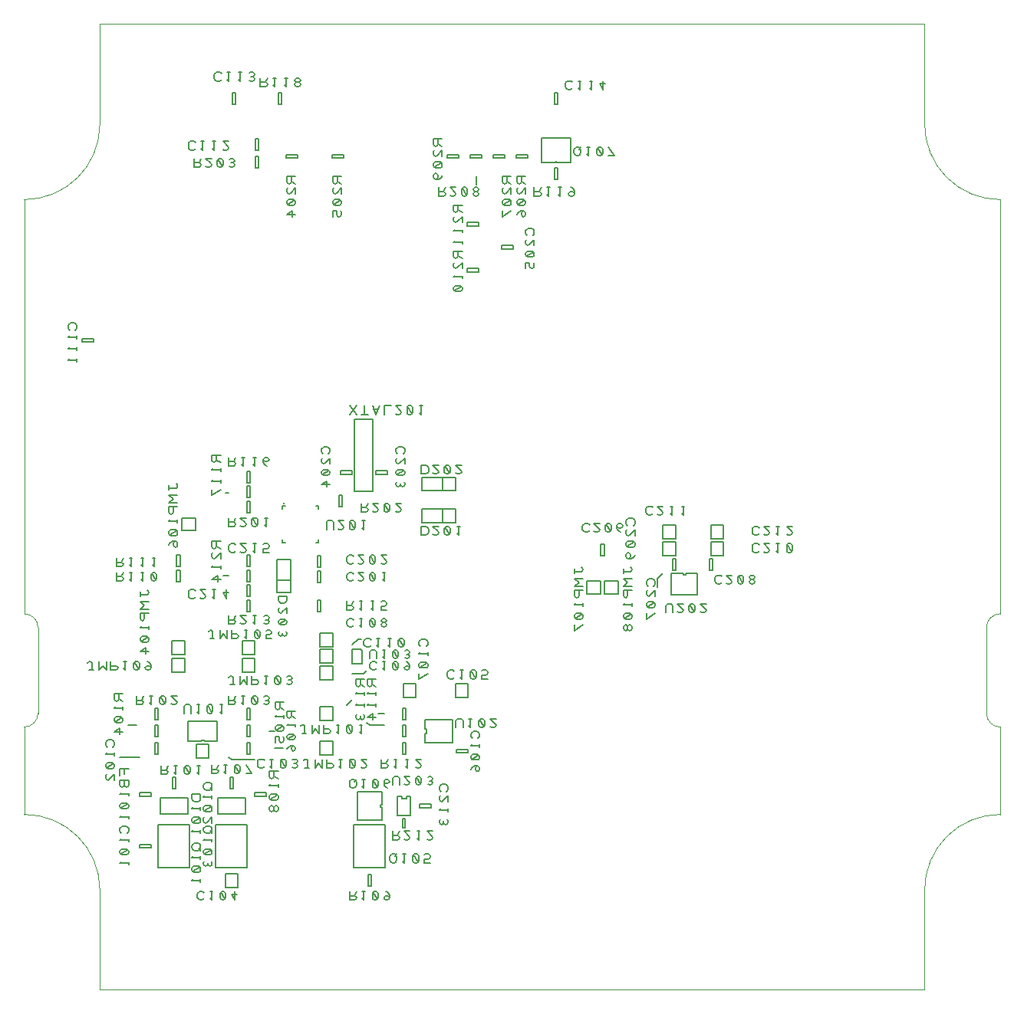
<source format=gbo>
G04 EasyPC Gerber Version 21.0.3 Build 4286 *
G04 #@! TF.Part,Single*
G04 #@! TF.FileFunction,Legend,Bot *
G04 #@! TF.FilePolarity,Positive *
%FSLAX35Y35*%
%MOIN*%
%ADD13C,0.00001*%
%ADD10C,0.00500*%
X0Y0D02*
D02*
D10*
X22787Y290073D02*
X23100Y290385D01*
X23413Y291011*
Y291948*
X23100Y292573*
X22787Y292885*
X22163Y293198*
X20913*
X20287Y292885*
X19975Y292573*
X19663Y291948*
Y291011*
X19975Y290385*
X20287Y290073*
X23413Y287573D02*
Y286323D01*
Y286948D02*
X19663D01*
X20287Y287573*
X23413Y282573D02*
Y281323D01*
Y281948D02*
X19663D01*
X20287Y282573*
X23413Y277573D02*
Y276323D01*
Y276948D02*
X19663D01*
X20287Y277573*
X28100Y145385D02*
X28413Y145698D01*
X29037Y146011*
X29663Y145698*
X29975Y145385*
Y142261*
X30600*
X29975D02*
X28725D01*
X33100Y146011D02*
Y142261D01*
X34663Y144135*
X36225Y142261*
Y146011*
X38100D02*
Y142261D01*
X40287*
X40913Y142573*
X41225Y143198*
X40913Y143823*
X40287Y144135*
X38100*
X43725Y146011D02*
X44975D01*
X44350D02*
Y142261D01*
X43725Y142885*
X48413Y145698D02*
X49037Y146011D01*
X49663*
X50287Y145698*
X50600Y145073*
Y143198*
X50287Y142573*
X49663Y142261*
X49037*
X48413Y142573*
X48100Y143198*
Y145073*
X48413Y145698*
X50287Y142573*
X54037Y146011D02*
X54663Y145698D01*
X55287Y145073*
X55600Y144135*
Y143198*
X55287Y142573*
X54663Y142261*
X54037*
X53413Y142573*
X53100Y143198*
X53413Y143823*
X54037Y144135*
X54663*
X55287Y143823*
X55600Y143198*
X30600Y286398D02*
Y284998D01*
X25600*
Y286398*
X30600*
X39037Y108823D02*
X39350Y109135D01*
X39663Y109761*
Y110698*
X39350Y111323*
X39037Y111635*
X38413Y111948*
X37163*
X36537Y111635*
X36225Y111323*
X35913Y110698*
Y109761*
X36225Y109135*
X36537Y108823*
X39663Y106323D02*
Y105073D01*
Y105698D02*
X35913D01*
X36537Y106323*
X39350Y101635D02*
X39663Y101011D01*
Y100385*
X39350Y99761*
X38725Y99448*
X36850*
X36225Y99761*
X35913Y100385*
Y101011*
X36225Y101635*
X36850Y101948*
X38725*
X39350Y101635*
X36225Y99761*
X39663Y94448D02*
Y96948D01*
X37475Y94761*
X36850Y94448*
X36225Y94761*
X35913Y95385*
Y96323*
X36225Y96948*
X40600Y184761D02*
Y181011D01*
X42787*
X43413Y181323*
X43725Y181948*
X43413Y182573*
X42787Y182885*
X40600*
X42787D02*
X43725Y184761D01*
X46225D02*
X47475D01*
X46850D02*
Y181011D01*
X46225Y181635*
X51225Y184761D02*
X52475D01*
X51850D02*
Y181011D01*
X51225Y181635*
X55913Y184448D02*
X56537Y184761D01*
X57163*
X57787Y184448*
X58100Y183823*
Y181948*
X57787Y181323*
X57163Y181011*
X56537*
X55913Y181323*
X55600Y181948*
Y183823*
X55913Y184448*
X57787Y181323*
X40600Y191011D02*
Y187261D01*
X42787*
X43413Y187573*
X43725Y188198*
X43413Y188823*
X42787Y189135*
X40600*
X42787D02*
X43725Y191011D01*
X46225D02*
X47475D01*
X46850D02*
Y187261D01*
X46225Y187885*
X51225Y191011D02*
X52475D01*
X51850D02*
Y187261D01*
X51225Y187885*
X56225Y191011D02*
X57475D01*
X56850D02*
Y187261D01*
X56225Y187885*
X41850Y104448D02*
X50600D01*
X43413Y131948D02*
X39663D01*
Y129761*
X39975Y129135*
X40600Y128823*
X41225Y129135*
X41537Y129761*
Y131948*
Y129761D02*
X43413Y128823D01*
Y126323D02*
Y125073D01*
Y125698D02*
X39663D01*
X40287Y126323*
X43100Y121635D02*
X43413Y121011D01*
Y120385*
X43100Y119761*
X42475Y119448*
X40600*
X39975Y119761*
X39663Y120385*
Y121011*
X39975Y121635*
X40600Y121948*
X42475*
X43100Y121635*
X39975Y119761*
X43413Y115385D02*
X39663D01*
X42163Y116948*
Y114448*
X45600Y118198D02*
X49350D01*
X45287Y71323D02*
X45600Y71635D01*
X45913Y72261*
Y73198*
X45600Y73823*
X45287Y74135*
X44663Y74448*
X43413*
X42787Y74135*
X42475Y73823*
X42163Y73198*
Y72261*
X42475Y71635*
X42787Y71323*
X45913Y68823D02*
Y67573D01*
Y68198D02*
X42163D01*
X42787Y68823*
X45600Y64135D02*
X45913Y63511D01*
Y62885*
X45600Y62261*
X44975Y61948*
X43100*
X42475Y62261*
X42163Y62885*
Y63511*
X42475Y64135*
X43100Y64448*
X44975*
X45600Y64135*
X42475Y62261*
X45913Y58823D02*
Y57573D01*
Y58198D02*
X42163D01*
X42787Y58823*
X45913Y99448D02*
X42163D01*
Y96323*
X44037Y96948D02*
Y99448D01*
Y92261D02*
X44350Y91635D01*
X44975Y91323*
X45600Y91635*
X45913Y92261*
Y94448*
X42163*
Y92261*
X42475Y91635*
X43100Y91323*
X43725Y91635*
X44037Y92261*
Y94448*
X45913Y88823D02*
Y87573D01*
Y88198D02*
X42163D01*
X42787Y88823*
X45600Y84135D02*
X45913Y83511D01*
Y82885*
X45600Y82261*
X44975Y81948*
X43100*
X42475Y82261*
X42163Y82885*
Y83511*
X42475Y84135*
X43100Y84448*
X44975*
X45600Y84135*
X42475Y82261*
X45913Y78823D02*
Y77573D01*
Y78198D02*
X42163D01*
X42787Y78823*
X49350Y131011D02*
Y127261D01*
X51537*
X52163Y127573*
X52475Y128198*
X52163Y128823*
X51537Y129135*
X49350*
X51537D02*
X52475Y131011D01*
X54975D02*
X56225D01*
X55600D02*
Y127261D01*
X54975Y127885*
X59663Y130698D02*
X60287Y131011D01*
X60913*
X61537Y130698*
X61850Y130073*
Y128198*
X61537Y127573*
X60913Y127261*
X60287*
X59663Y127573*
X59350Y128198*
Y130073*
X59663Y130698*
X61537Y127573*
X66850Y131011D02*
X64350D01*
X66537Y128823*
X66850Y128198*
X66537Y127573*
X65913Y127261*
X64975*
X64350Y127573*
X50600Y64998D02*
Y66398D01*
X55600*
Y64998*
X50600*
Y87498D02*
Y88898D01*
X55600*
Y87498*
X50600*
X54037Y176948D02*
X54350Y176635D01*
X54663Y176011*
X54350Y175385*
X54037Y175073*
X50913*
Y174448*
Y175073D02*
Y176323D01*
X54663Y171948D02*
X50913D01*
X52787Y170385*
X50913Y168823*
X54663*
Y166948D02*
X50913D01*
Y164761*
X51225Y164135*
X51850Y163823*
X52475Y164135*
X52787Y164761*
Y166948*
X54663Y161323D02*
Y160073D01*
Y160698D02*
X50913D01*
X51537Y161323*
X54350Y156635D02*
X54663Y156011D01*
Y155385*
X54350Y154761*
X53725Y154448*
X51850*
X51225Y154761*
X50913Y155385*
Y156011*
X51225Y156635*
X51850Y156948*
X53725*
X54350Y156635*
X51225Y154761*
X54663Y150385D02*
X50913D01*
X53413Y151948*
Y149448*
X57400Y110698D02*
X58800D01*
Y105698*
X57400*
Y110698*
Y118198D02*
X58800D01*
Y113198*
X57400*
Y118198*
Y125698D02*
X58800D01*
Y120698*
X57400*
Y125698*
X58754Y75163D02*
X72446D01*
Y56233*
X58754*
Y75163*
X60000Y100711D02*
Y96961D01*
X62187*
X62813Y97273*
X63125Y97898*
X62813Y98523*
X62187Y98835*
X60000*
X62187D02*
X63125Y100711D01*
X65625D02*
X66875D01*
X66250D02*
Y96961D01*
X65625Y97585*
X70313Y100398D02*
X70937Y100711D01*
X71563*
X72187Y100398*
X72500Y99773*
Y97898*
X72187Y97273*
X71563Y96961*
X70937*
X70313Y97273*
X70000Y97898*
Y99773*
X70313Y100398*
X72187Y97273*
X75625Y100711D02*
X76875D01*
X76250D02*
Y96961D01*
X75625Y97585*
X64825Y147498D02*
X70225D01*
Y141498*
X64825*
Y147498*
Y154898D02*
X70225D01*
Y148898*
X64825*
Y154898*
X64900Y95698D02*
X66300D01*
Y90698*
X64900*
Y95698*
X66537Y223198D02*
X66850Y222885D01*
X67163Y222261*
X66850Y221635*
X66537Y221323*
X63413*
Y220698*
Y221323D02*
Y222573D01*
X67163Y218198D02*
X63413D01*
X65287Y216635*
X63413Y215073*
X67163*
Y213198D02*
X63413D01*
Y211011*
X63725Y210385*
X64350Y210073*
X64975Y210385*
X65287Y211011*
Y213198*
X67163Y207573D02*
Y206323D01*
Y206948D02*
X63413D01*
X64037Y207573*
X66850Y202885D02*
X67163Y202261D01*
Y201635*
X66850Y201011*
X66225Y200698*
X64350*
X63725Y201011*
X63413Y201635*
Y202261*
X63725Y202885*
X64350Y203198*
X66225*
X66850Y202885*
X63725Y201011*
X66225Y198198D02*
X65600Y197885D01*
X65287Y197261*
Y196635*
X65600Y196011*
X66225Y195698*
X66850Y196011*
X67163Y196635*
Y197261*
X66850Y197885*
X66225Y198198*
X65287*
X64350Y197885*
X63725Y197261*
X63413Y196635*
X68225Y180698D02*
X66825D01*
Y185698*
X68225*
Y180698*
Y187198D02*
X66825D01*
Y192198*
X68225*
Y187198*
X69950Y123511D02*
Y126323D01*
X70263Y126948*
X70887Y127261*
X72137*
X72763Y126948*
X73075Y126323*
Y123511*
X75575Y127261D02*
X76825D01*
X76200D02*
Y123511D01*
X75575Y124135*
X80263Y126948D02*
X80887Y127261D01*
X81513*
X82137Y126948*
X82450Y126323*
Y124448*
X82137Y123823*
X81513Y123511*
X80887*
X80263Y123823*
X79950Y124448*
Y126323*
X80263Y126948*
X82137Y123823*
X85575Y127261D02*
X86825D01*
X86200D02*
Y123511D01*
X85575Y124135*
X71702Y86741D02*
X59498D01*
Y79655*
X71702*
Y86741*
X74975Y176635D02*
X74663Y176948D01*
X74037Y177261*
X73100*
X72475Y176948*
X72163Y176635*
X71850Y176011*
Y174761*
X72163Y174135*
X72475Y173823*
X73100Y173511*
X74037*
X74663Y173823*
X74975Y174135*
X79350Y177261D02*
X76850D01*
X79037Y175073*
X79350Y174448*
X79037Y173823*
X78413Y173511*
X77475*
X76850Y173823*
X82475Y177261D02*
X83725D01*
X83100D02*
Y173511D01*
X82475Y174135*
X88413Y177261D02*
Y173511D01*
X86850Y176011*
X89350*
X74975Y371635D02*
X74663Y371948D01*
X74037Y372261*
X73100*
X72475Y371948*
X72163Y371635*
X71850Y371011*
Y369761*
X72163Y369135*
X72475Y368823*
X73100Y368511*
X74037*
X74663Y368823*
X74975Y369135*
X77475Y372261D02*
X78725D01*
X78100D02*
Y368511D01*
X77475Y369135*
X82475Y372261D02*
X83725D01*
X83100D02*
Y368511D01*
X82475Y369135*
X89350Y372261D02*
X86850D01*
X89037Y370073*
X89350Y369448*
X89037Y368823*
X88413Y368511*
X87475*
X86850Y368823*
X74350Y364761D02*
Y361011D01*
X76537*
X77163Y361323*
X77475Y361948*
X77163Y362573*
X76537Y362885*
X74350*
X76537D02*
X77475Y364761D01*
X81850D02*
X79350D01*
X81537Y362573*
X81850Y361948*
X81537Y361323*
X80913Y361011*
X79975*
X79350Y361323*
X84663Y364448D02*
X85287Y364761D01*
X85913*
X86537Y364448*
X86850Y363823*
Y361948*
X86537Y361323*
X85913Y361011*
X85287*
X84663Y361323*
X84350Y361948*
Y363823*
X84663Y364448*
X86537Y361323*
X89663Y364448D02*
X90287Y364761D01*
X90913*
X91537Y364448*
X91850Y363823*
X91537Y363198*
X90913Y362885*
X90287*
X90913D02*
X91537Y362573D01*
X91850Y361948*
X91537Y361323*
X90913Y361011*
X90287*
X89663Y361323*
X74850Y208398D02*
Y202998D01*
X68850*
Y208398*
X74850*
X75400Y110158D02*
X80800D01*
Y104158*
X75400*
Y110158*
X78725Y45385D02*
X78413Y45698D01*
X77787Y46011*
X76850*
X76225Y45698*
X75913Y45385*
X75600Y44761*
Y43511*
X75913Y42885*
X76225Y42573*
X76850Y42261*
X77787*
X78413Y42573*
X78725Y42885*
X81225Y46011D02*
X82475D01*
X81850D02*
Y42261D01*
X81225Y42885*
X85913Y45698D02*
X86537Y46011D01*
X87163*
X87787Y45698*
X88100Y45073*
Y43198*
X87787Y42573*
X87163Y42261*
X86537*
X85913Y42573*
X85600Y43198*
Y45073*
X85913Y45698*
X87787Y42573*
X92163Y46011D02*
Y42261D01*
X90600Y44761*
X93100*
X75913Y66948D02*
X74663D01*
X74037Y66635*
X73725Y66323*
X73413Y65698*
Y65073*
X73725Y64448*
X74037Y64135*
X74663Y63823*
X75913*
X76537Y64135*
X76850Y64448*
X77163Y65073*
Y65698*
X76850Y66323*
X76537Y66635*
X75913Y66948*
X76225Y64761D02*
X77163Y63823D01*
Y61323D02*
Y60073D01*
Y60698D02*
X73413D01*
X74037Y61323*
X76850Y56635D02*
X77163Y56011D01*
Y55385*
X76850Y54761*
X76225Y54448*
X74350*
X73725Y54761*
X73413Y55385*
Y56011*
X73725Y56635*
X74350Y56948*
X76225*
X76850Y56635*
X73725Y54761*
X77163Y51323D02*
Y50073D01*
Y50698D02*
X73413D01*
X74037Y51323*
X77163Y88198D02*
X73413D01*
Y86323*
X73725Y85698*
X74037Y85385*
X74663Y85073*
X75913*
X76537Y85385*
X76850Y85698*
X77163Y86323*
Y88198*
Y82573D02*
Y81323D01*
Y81948D02*
X73413D01*
X74037Y82573*
X76850Y77885D02*
X77163Y77261D01*
Y76635*
X76850Y76011*
X76225Y75698*
X74350*
X73725Y76011*
X73413Y76635*
Y77261*
X73725Y77885*
X74350Y78198*
X76225*
X76850Y77885*
X73725Y76011*
X77163Y72573D02*
Y71323D01*
Y71948D02*
X73413D01*
X74037Y72573*
X80600Y159135D02*
X80913Y159448D01*
X81537Y159761*
X82163Y159448*
X82475Y159135*
Y156011*
X83100*
X82475D02*
X81225D01*
X85600Y159761D02*
Y156011D01*
X87163Y157885*
X88725Y156011*
Y159761*
X90600D02*
Y156011D01*
X92787*
X93413Y156323*
X93725Y156948*
X93413Y157573*
X92787Y157885*
X90600*
X96225Y159761D02*
X97475D01*
X96850D02*
Y156011D01*
X96225Y156635*
X100913Y159448D02*
X101537Y159761D01*
X102163*
X102787Y159448*
X103100Y158823*
Y156948*
X102787Y156323*
X102163Y156011*
X101537*
X100913Y156323*
X100600Y156948*
Y158823*
X100913Y159448*
X102787Y156323*
X105600Y159448D02*
X106225Y159761D01*
X107163*
X107787Y159448*
X108100Y158823*
Y158511*
X107787Y157885*
X107163Y157573*
X105600*
Y156011*
X108100*
X81850Y101011D02*
Y97261D01*
X84037*
X84663Y97573*
X84975Y98198*
X84663Y98823*
X84037Y99135*
X81850*
X84037D02*
X84975Y101011D01*
X87475D02*
X88725D01*
X88100D02*
Y97261D01*
X87475Y97885*
X92163Y100698D02*
X92787Y101011D01*
X93413*
X94037Y100698*
X94350Y100073*
Y98198*
X94037Y97573*
X93413Y97261*
X92787*
X92163Y97573*
X91850Y98198*
Y100073*
X92163Y100698*
X94037Y97573*
X96850Y101011D02*
X99350Y97261D01*
X96850*
X80913Y74448D02*
X79663D01*
X79037Y74135*
X78725Y73823*
X78413Y73198*
Y72573*
X78725Y71948*
X79037Y71635*
X79663Y71323*
X80913*
X81537Y71635*
X81850Y71948*
X82163Y72573*
Y73198*
X81850Y73823*
X81537Y74135*
X80913Y74448*
X81225Y72261D02*
X82163Y71323D01*
Y68823D02*
Y67573D01*
Y68198D02*
X78413D01*
X79037Y68823*
X81850Y64135D02*
X82163Y63511D01*
Y62885*
X81850Y62261*
X81225Y61948*
X79350*
X78725Y62261*
X78413Y62885*
Y63511*
X78725Y64135*
X79350Y64448*
X81225*
X81850Y64135*
X78725Y62261*
X81850Y59135D02*
X82163Y58511D01*
Y57885*
X81850Y57261*
X81225Y56948*
X80600Y57261*
X80287Y57885*
Y58511*
Y57885D02*
X79975Y57261D01*
X79350Y56948*
X78725Y57261*
X78413Y57885*
Y58511*
X78725Y59135*
X80913Y93198D02*
X79663D01*
X79037Y92885*
X78725Y92573*
X78413Y91948*
Y91323*
X78725Y90698*
X79037Y90385*
X79663Y90073*
X80913*
X81537Y90385*
X81850Y90698*
X82163Y91323*
Y91948*
X81850Y92573*
X81537Y92885*
X80913Y93198*
X81225Y91011D02*
X82163Y90073D01*
Y87573D02*
Y86323D01*
Y86948D02*
X78413D01*
X79037Y87573*
X81850Y82885D02*
X82163Y82261D01*
Y81635*
X81850Y81011*
X81225Y80698*
X79350*
X78725Y81011*
X78413Y81635*
Y82261*
X78725Y82885*
X79350Y83198*
X81225*
X81850Y82885*
X78725Y81011*
X82163Y75698D02*
Y78198D01*
X79975Y76011*
X79350Y75698*
X78725Y76011*
X78413Y76635*
Y77573*
X78725Y78198*
X86225Y401635D02*
X85913Y401948D01*
X85287Y402261*
X84350*
X83725Y401948*
X83413Y401635*
X83100Y401011*
Y399761*
X83413Y399135*
X83725Y398823*
X84350Y398511*
X85287*
X85913Y398823*
X86225Y399135*
X88725Y402261D02*
X89975D01*
X89350D02*
Y398511D01*
X88725Y399135*
X93725Y402261D02*
X94975D01*
X94350D02*
Y398511D01*
X93725Y399135*
X98413Y401948D02*
X99037Y402261D01*
X99663*
X100287Y401948*
X100600Y401323*
X100287Y400698*
X99663Y400385*
X99037*
X99663D02*
X100287Y400073D01*
X100600Y399448*
X100287Y398823*
X99663Y398511*
X99037*
X98413Y398823*
X83754Y75163D02*
X97446D01*
Y56233*
X83754*
Y75163*
X84399Y111308D02*
Y120088D01*
X71801*
Y111308*
X77313*
Y111702*
X78887*
Y111308*
X84399*
X86850Y183198D02*
X89350D01*
X85913Y198198D02*
X82163D01*
Y196011*
X82475Y195385*
X83100Y195073*
X83725Y195385*
X84037Y196011*
Y198198*
Y196011D02*
X85913Y195073D01*
Y190698D02*
Y193198D01*
X83725Y191011*
X83100Y190698*
X82475Y191011*
X82163Y191635*
Y192573*
X82475Y193198*
X85913Y187573D02*
Y186323D01*
Y186948D02*
X82163D01*
X82787Y187573*
X85913Y181635D02*
X82163D01*
X84663Y183198*
Y180698*
X85913Y235698D02*
X82163D01*
Y233511*
X82475Y232885*
X83100Y232573*
X83725Y232885*
X84037Y233511*
Y235698*
Y233511D02*
X85913Y232573D01*
Y230073D02*
Y228823D01*
Y229448D02*
X82163D01*
X82787Y230073*
X85913Y225073D02*
Y223823D01*
Y224448D02*
X82163D01*
X82787Y225073*
X85913Y220698D02*
X82163Y218198D01*
Y220698*
X88100Y219448D02*
X89350D01*
Y131011D02*
Y127261D01*
X91537*
X92163Y127573*
X92475Y128198*
X92163Y128823*
X91537Y129135*
X89350*
X91537D02*
X92475Y131011D01*
X94975D02*
X96225D01*
X95600D02*
Y127261D01*
X94975Y127885*
X99663Y130698D02*
X100287Y131011D01*
X100913*
X101537Y130698*
X101850Y130073*
Y128198*
X101537Y127573*
X100913Y127261*
X100287*
X99663Y127573*
X99350Y128198*
Y130073*
X99663Y130698*
X101537Y127573*
X104663Y130698D02*
X105287Y131011D01*
X105913*
X106537Y130698*
X106850Y130073*
X106537Y129448*
X105913Y129135*
X105287*
X105913D02*
X106537Y128823D01*
X106850Y128198*
X106537Y127573*
X105913Y127261*
X105287*
X104663Y127573*
X89350Y139135D02*
X89663Y139448D01*
X90287Y139761*
X90913Y139448*
X91225Y139135*
Y136011*
X91850*
X91225D02*
X89975D01*
X94350Y139761D02*
Y136011D01*
X95913Y137885*
X97475Y136011*
Y139761*
X99350D02*
Y136011D01*
X101537*
X102163Y136323*
X102475Y136948*
X102163Y137573*
X101537Y137885*
X99350*
X104975Y139761D02*
X106225D01*
X105600D02*
Y136011D01*
X104975Y136635*
X109663Y139448D02*
X110287Y139761D01*
X110913*
X111537Y139448*
X111850Y138823*
Y136948*
X111537Y136323*
X110913Y136011*
X110287*
X109663Y136323*
X109350Y136948*
Y138823*
X109663Y139448*
X111537Y136323*
X114663Y139448D02*
X115287Y139761D01*
X115913*
X116537Y139448*
X116850Y138823*
X116537Y138198*
X115913Y137885*
X115287*
X115913D02*
X116537Y137573D01*
X116850Y136948*
X116537Y136323*
X115913Y136011*
X115287*
X114663Y136323*
X89350Y166011D02*
Y162261D01*
X91537*
X92163Y162573*
X92475Y163198*
X92163Y163823*
X91537Y164135*
X89350*
X91537D02*
X92475Y166011D01*
X96850D02*
X94350D01*
X96537Y163823*
X96850Y163198*
X96537Y162573*
X95913Y162261*
X94975*
X94350Y162573*
X99975Y166011D02*
X101225D01*
X100600D02*
Y162261D01*
X99975Y162885*
X104663Y165698D02*
X105287Y166011D01*
X105913*
X106537Y165698*
X106850Y165073*
X106537Y164448*
X105913Y164135*
X105287*
X105913D02*
X106537Y163823D01*
X106850Y163198*
X106537Y162573*
X105913Y162261*
X105287*
X104663Y162573*
X92475Y196635D02*
X92163Y196948D01*
X91537Y197261*
X90600*
X89975Y196948*
X89663Y196635*
X89350Y196011*
Y194761*
X89663Y194135*
X89975Y193823*
X90600Y193511*
X91537*
X92163Y193823*
X92475Y194135*
X96850Y197261D02*
X94350D01*
X96537Y195073*
X96850Y194448*
X96537Y193823*
X95913Y193511*
X94975*
X94350Y193823*
X99975Y197261D02*
X101225D01*
X100600D02*
Y193511D01*
X99975Y194135*
X104350Y196948D02*
X104975Y197261D01*
X105913*
X106537Y196948*
X106850Y196323*
Y196011*
X106537Y195385*
X105913Y195073*
X104350*
Y193511*
X106850*
X89350Y208511D02*
Y204761D01*
X91537*
X92163Y205073*
X92475Y205698*
X92163Y206323*
X91537Y206635*
X89350*
X91537D02*
X92475Y208511D01*
X96850D02*
X94350D01*
X96537Y206323*
X96850Y205698*
X96537Y205073*
X95913Y204761*
X94975*
X94350Y205073*
X99663Y208198D02*
X100287Y208511D01*
X100913*
X101537Y208198*
X101850Y207573*
Y205698*
X101537Y205073*
X100913Y204761*
X100287*
X99663Y205073*
X99350Y205698*
Y207573*
X99663Y208198*
X101537Y205073*
X104975Y208511D02*
X106225D01*
X105600D02*
Y204761D01*
X104975Y205385*
X89350Y234761D02*
Y231011D01*
X91537*
X92163Y231323*
X92475Y231948*
X92163Y232573*
X91537Y232885*
X89350*
X91537D02*
X92475Y234761D01*
X94975D02*
X96225D01*
X95600D02*
Y231011D01*
X94975Y231635*
X99975Y234761D02*
X101225D01*
X100600D02*
Y231011D01*
X99975Y231635*
X104350Y233823D02*
X104663Y233198D01*
X105287Y232885*
X105913*
X106537Y233198*
X106850Y233823*
X106537Y234448*
X105913Y234761*
X105287*
X104663Y234448*
X104350Y233823*
Y232885*
X104663Y231948*
X105287Y231323*
X105913Y231011*
X91300Y90698D02*
X89900D01*
Y95698*
X91300*
Y90698*
X92370Y388198D02*
X90970D01*
Y393198*
X92370*
Y388198*
X93300Y47698D02*
X87900D01*
Y53698*
X93300*
Y47698*
X95400Y147498D02*
X100800D01*
Y141498*
X95400*
Y147498*
Y154898D02*
X100800D01*
Y148898*
X95400*
Y154898*
X96702Y86741D02*
X84498D01*
Y79655*
X96702*
Y86741*
X97400Y172698D02*
X98800D01*
Y167698*
X97400*
Y172698*
Y192198D02*
X98800D01*
Y187198*
X97400*
Y192198*
X98800Y105698D02*
X97400D01*
Y110698*
X98800*
Y105698*
Y113198D02*
X97400D01*
Y118198*
X98800*
Y113198*
Y120698D02*
X97400D01*
Y125698*
X98800*
Y120698*
Y174198D02*
X97400D01*
Y179198*
X98800*
Y174198*
Y180698D02*
X97400D01*
Y185698*
X98800*
Y180698*
Y210698D02*
X97400D01*
Y215698*
X98800*
Y210698*
Y217198D02*
X97400D01*
Y222198*
X98800*
Y217198*
Y223698D02*
X97400D01*
Y228698*
X98800*
Y223698*
X100600Y103198D02*
X90600D01*
X89350Y104448*
X104975Y102885D02*
X104663Y103198D01*
X104037Y103511*
X103100*
X102475Y103198*
X102163Y102885*
X101850Y102261*
Y101011*
X102163Y100385*
X102475Y100073*
X103100Y99761*
X104037*
X104663Y100073*
X104975Y100385*
X107475Y103511D02*
X108725D01*
X108100D02*
Y99761D01*
X107475Y100385*
X112163Y103198D02*
X112787Y103511D01*
X113413*
X114037Y103198*
X114350Y102573*
Y100698*
X114037Y100073*
X113413Y99761*
X112787*
X112163Y100073*
X111850Y100698*
Y102573*
X112163Y103198*
X114037Y100073*
X117163Y103198D02*
X117787Y103511D01*
X118413*
X119037Y103198*
X119350Y102573*
X119037Y101948*
X118413Y101635*
X117787*
X118413D02*
X119037Y101323D01*
X119350Y100698*
X119037Y100073*
X118413Y99761*
X117787*
X117163Y100073*
X102370Y360698D02*
X100970D01*
Y365698*
X102370*
Y360698*
Y368198D02*
X100970D01*
Y373198*
X102370*
Y368198*
X103100Y399761D02*
Y396011D01*
X105287*
X105913Y396323*
X106225Y396948*
X105913Y397573*
X105287Y397885*
X103100*
X105287D02*
X106225Y399761D01*
X108725D02*
X109975D01*
X109350D02*
Y396011D01*
X108725Y396635*
X113725Y399761D02*
X114975D01*
X114350D02*
Y396011D01*
X113725Y396635*
X119037Y397885D02*
X119663D01*
X120287Y397573*
X120600Y396948*
X120287Y396323*
X119663Y396011*
X119037*
X118413Y396323*
X118100Y396948*
X118413Y397573*
X119037Y397885*
X118413Y398198*
X118100Y398823*
X118413Y399448*
X119037Y399761*
X119663*
X120287Y399448*
X120600Y398823*
X120287Y398198*
X119663Y397885*
X105600Y88898D02*
Y87498D01*
X100600*
Y88898*
X105600*
X109350Y115698D02*
X106850D01*
X110435Y175915D02*
Y190481D01*
X116340*
Y175915*
X110435*
X110913Y98198D02*
X107163D01*
Y96011*
X107475Y95385*
X108100Y95073*
X108725Y95385*
X109037Y96011*
Y98198*
Y96011D02*
X110913Y95073D01*
Y92573D02*
Y91323D01*
Y91948D02*
X107163D01*
X107787Y92573*
X110600Y87885D02*
X110913Y87261D01*
Y86635*
X110600Y86011*
X109975Y85698*
X108100*
X107475Y86011*
X107163Y86635*
Y87261*
X107475Y87885*
X108100Y88198*
X109975*
X110600Y87885*
X107475Y86011*
X109037Y82261D02*
Y81635D01*
X108725Y81011*
X108100Y80698*
X107475Y81011*
X107163Y81635*
Y82261*
X107475Y82885*
X108100Y83198*
X108725Y82885*
X109037Y82261*
X109350Y82885*
X109975Y83198*
X110600Y82885*
X110913Y82261*
Y81635*
X110600Y81011*
X109975Y80698*
X109350Y81011*
X109037Y81635*
X112370Y388198D02*
X110970D01*
Y393198*
X112370*
Y388198*
X112726Y199005D02*
Y197824D01*
X113907*
X113100Y108198D02*
X109350D01*
X113317Y214950D02*
G75*
G02Y214399J-276D01*
G01*
G75*
G02Y214950J276*
G01*
G36*
G75*
G02Y214399J-276*
G01*
G75*
G02Y214950J276*
G01*
G37*
X113907Y213572D02*
X112726D01*
Y212391*
X113413Y128198D02*
X109663D01*
Y126011*
X109975Y125385*
X110600Y125073*
X111225Y125385*
X111537Y126011*
Y128198*
Y126011D02*
X113413Y125073D01*
Y122573D02*
Y121323D01*
Y121948D02*
X109663D01*
X110287Y122573*
X113100Y117885D02*
X113413Y117261D01*
Y116635*
X113100Y116011*
X112475Y115698*
X110600*
X109975Y116011*
X109663Y116635*
Y117261*
X109975Y117885*
X110600Y118198*
X112475*
X113100Y117885*
X109975Y116011*
X113100Y113198D02*
X113413Y112573D01*
Y111635*
X113100Y111011*
X112475Y110698*
X112163*
X111537Y111011*
X111225Y111635*
Y113198*
X109663*
Y110698*
X114663Y174448D02*
X110913D01*
Y172573*
X111225Y171948*
X111537Y171635*
X112163Y171323*
X113413*
X114037Y171635*
X114350Y171948*
X114663Y172573*
Y174448*
Y166948D02*
Y169448D01*
X112475Y167261*
X111850Y166948*
X111225Y167261*
X110913Y167885*
Y168823*
X111225Y169448*
X114350Y164135D02*
X114663Y163511D01*
Y162885*
X114350Y162261*
X113725Y161948*
X111850*
X111225Y162261*
X110913Y162885*
Y163511*
X111225Y164135*
X111850Y164448*
X113725*
X114350Y164135*
X111225Y162261*
X114350Y159135D02*
X114663Y158511D01*
Y157885*
X114350Y157261*
X113725Y156948*
X113100Y157261*
X112787Y157885*
Y158511*
Y157885D02*
X112475Y157261D01*
X111850Y156948*
X111225Y157261*
X110913Y157885*
Y158511*
X111225Y159135*
X116163Y181446D02*
X110651D01*
X119170Y366398D02*
Y364998D01*
X114170*
Y366398*
X119170*
X118413Y124448D02*
X114663D01*
Y122261*
X114975Y121635*
X115600Y121323*
X116225Y121635*
X116537Y122261*
Y124448*
Y122261D02*
X118413Y121323D01*
Y118823D02*
Y117573D01*
Y118198D02*
X114663D01*
X115287Y118823*
X118100Y114135D02*
X118413Y113511D01*
Y112885*
X118100Y112261*
X117475Y111948*
X115600*
X114975Y112261*
X114663Y112885*
Y113511*
X114975Y114135*
X115600Y114448*
X117475*
X118100Y114135*
X114975Y112261*
X117475Y109448D02*
X116850Y109135D01*
X116537Y108511*
Y107885*
X116850Y107261*
X117475Y106948*
X118100Y107261*
X118413Y107885*
Y108511*
X118100Y109135*
X117475Y109448*
X116537*
X115600Y109135*
X114975Y108511*
X114663Y107885*
X118413Y356948D02*
X114663D01*
Y354761*
X114975Y354135*
X115600Y353823*
X116225Y354135*
X116537Y354761*
Y356948*
Y354761D02*
X118413Y353823D01*
Y349448D02*
Y351948D01*
X116225Y349761*
X115600Y349448*
X114975Y349761*
X114663Y350385*
Y351323*
X114975Y351948*
X118100Y346635D02*
X118413Y346011D01*
Y345385*
X118100Y344761*
X117475Y344448*
X115600*
X114975Y344761*
X114663Y345385*
Y346011*
X114975Y346635*
X115600Y346948*
X117475*
X118100Y346635*
X114975Y344761*
X118413Y340385D02*
X114663D01*
X117163Y341948*
Y339448*
X120600Y117885D02*
X120913Y118198D01*
X121537Y118511*
X122163Y118198*
X122475Y117885*
Y114761*
X123100*
X122475D02*
X121225D01*
X125600Y118511D02*
Y114761D01*
X127163Y116635*
X128725Y114761*
Y118511*
X130600D02*
Y114761D01*
X132787*
X133413Y115073*
X133725Y115698*
X133413Y116323*
X132787Y116635*
X130600*
X136225Y118511D02*
X137475D01*
X136850D02*
Y114761D01*
X136225Y115385*
X140913Y118198D02*
X141537Y118511D01*
X142163*
X142787Y118198*
X143100Y117573*
Y115698*
X142787Y115073*
X142163Y114761*
X141537*
X140913Y115073*
X140600Y115698*
Y117573*
X140913Y118198*
X142787Y115073*
X146225Y118511D02*
X147475D01*
X146850D02*
Y114761D01*
X146225Y115385*
X121850Y102885D02*
X122163Y103198D01*
X122787Y103511*
X123413Y103198*
X123725Y102885*
Y99761*
X124350*
X123725D02*
X122475D01*
X126850Y103511D02*
Y99761D01*
X128413Y101635*
X129975Y99761*
Y103511*
X131850D02*
Y99761D01*
X134037*
X134663Y100073*
X134975Y100698*
X134663Y101323*
X134037Y101635*
X131850*
X137475Y103511D02*
X138725D01*
X138100D02*
Y99761D01*
X137475Y100385*
X142163Y103198D02*
X142787Y103511D01*
X143413*
X144037Y103198*
X144350Y102573*
Y100698*
X144037Y100073*
X143413Y99761*
X142787*
X142163Y100073*
X141850Y100698*
Y102573*
X142163Y103198*
X144037Y100073*
X149350Y103511D02*
X146850D01*
X149037Y101323*
X149350Y100698*
X149037Y100073*
X148413Y99761*
X147475*
X146850Y100073*
X127293Y197824D02*
X128474D01*
Y199005*
Y212391D02*
Y213572D01*
X127293*
X129150Y111198D02*
X134550D01*
Y105198*
X129150*
Y111198*
Y126198D02*
X134550D01*
Y120198*
X129150*
Y126198*
Y143898D02*
X134550D01*
Y137898*
X129150*
Y143898*
Y151198D02*
X134550D01*
Y145198*
X129150*
Y151198*
Y158498D02*
X134550D01*
Y152498*
X129150*
Y158498*
X129375Y167698D02*
X127975D01*
Y172698*
X129375*
Y167698*
Y180499D02*
X127975D01*
Y185499*
X129375*
Y180499*
Y186999D02*
X127975D01*
Y191999*
X129375*
Y186999*
X131850Y203511D02*
Y206323D01*
X132163Y206948*
X132787Y207261*
X134037*
X134663Y206948*
X134975Y206323*
Y203511*
X139350Y207261D02*
X136850D01*
X139037Y205073*
X139350Y204448*
X139037Y203823*
X138413Y203511*
X137475*
X136850Y203823*
X142163Y206948D02*
X142787Y207261D01*
X143413*
X144037Y206948*
X144350Y206323*
Y204448*
X144037Y203823*
X143413Y203511*
X142787*
X142163Y203823*
X141850Y204448*
Y206323*
X142163Y206948*
X144037Y203823*
X147475Y207261D02*
X148725D01*
X148100D02*
Y203511D01*
X147475Y204135*
X132787Y236323D02*
X133100Y236635D01*
X133413Y237261*
Y238198*
X133100Y238823*
X132787Y239135*
X132163Y239448*
X130913*
X130287Y239135*
X129975Y238823*
X129663Y238198*
Y237261*
X129975Y236635*
X130287Y236323*
X133413Y231948D02*
Y234448D01*
X131225Y232261*
X130600Y231948*
X129975Y232261*
X129663Y232885*
Y233823*
X129975Y234448*
X133100Y229135D02*
X133413Y228511D01*
Y227885*
X133100Y227261*
X132475Y226948*
X130600*
X129975Y227261*
X129663Y227885*
Y228511*
X129975Y229135*
X130600Y229448*
X132475*
X133100Y229135*
X129975Y227261*
X133413Y222885D02*
X129663D01*
X132163Y224448*
Y221948*
X138800Y213198D02*
X137400D01*
Y218198*
X138800*
Y213198*
X139170Y366398D02*
Y364998D01*
X134170*
Y366398*
X139170*
X138413Y356948D02*
X134663D01*
Y354761*
X134975Y354135*
X135600Y353823*
X136225Y354135*
X136537Y354761*
Y356948*
Y354761D02*
X138413Y353823D01*
Y349448D02*
Y351948D01*
X136225Y349761*
X135600Y349448*
X134975Y349761*
X134663Y350385*
Y351323*
X134975Y351948*
X138100Y346635D02*
X138413Y346011D01*
Y345385*
X138100Y344761*
X137475Y344448*
X135600*
X134975Y344761*
X134663Y345385*
Y346011*
X134975Y346635*
X135600Y346948*
X137475*
X138100Y346635*
X134975Y344761*
X138100Y341948D02*
X138413Y341323D01*
Y340385*
X138100Y339761*
X137475Y339448*
X137163*
X136537Y339761*
X136225Y340385*
Y341948*
X134663*
Y339448*
X143725Y164135D02*
X143413Y164448D01*
X142787Y164761*
X141850*
X141225Y164448*
X140913Y164135*
X140600Y163511*
Y162261*
X140913Y161635*
X141225Y161323*
X141850Y161011*
X142787*
X143413Y161323*
X143725Y161635*
X146225Y164761D02*
X147475D01*
X146850D02*
Y161011D01*
X146225Y161635*
X150913Y164448D02*
X151537Y164761D01*
X152163*
X152787Y164448*
X153100Y163823*
Y161948*
X152787Y161323*
X152163Y161011*
X151537*
X150913Y161323*
X150600Y161948*
Y163823*
X150913Y164448*
X152787Y161323*
X156537Y162885D02*
X157163D01*
X157787Y162573*
X158100Y161948*
X157787Y161323*
X157163Y161011*
X156537*
X155913Y161323*
X155600Y161948*
X155913Y162573*
X156537Y162885*
X155913Y163198*
X155600Y163823*
X155913Y164448*
X156537Y164761*
X157163*
X157787Y164448*
X158100Y163823*
X157787Y163198*
X157163Y162885*
X140600Y172261D02*
Y168511D01*
X142787*
X143413Y168823*
X143725Y169448*
X143413Y170073*
X142787Y170385*
X140600*
X142787D02*
X143725Y172261D01*
X146225D02*
X147475D01*
X146850D02*
Y168511D01*
X146225Y169135*
X151225Y172261D02*
X152475D01*
X151850D02*
Y168511D01*
X151225Y169135*
X155600Y171948D02*
X156225Y172261D01*
X157163*
X157787Y171948*
X158100Y171323*
Y171011*
X157787Y170385*
X157163Y170073*
X155600*
Y168511*
X158100*
X143725Y184135D02*
X143413Y184448D01*
X142787Y184761*
X141850*
X141225Y184448*
X140913Y184135*
X140600Y183511*
Y182261*
X140913Y181635*
X141225Y181323*
X141850Y181011*
X142787*
X143413Y181323*
X143725Y181635*
X148100Y184761D02*
X145600D01*
X147787Y182573*
X148100Y181948*
X147787Y181323*
X147163Y181011*
X146225*
X145600Y181323*
X150913Y184448D02*
X151537Y184761D01*
X152163*
X152787Y184448*
X153100Y183823*
Y181948*
X152787Y181323*
X152163Y181011*
X151537*
X150913Y181323*
X150600Y181948*
Y183823*
X150913Y184448*
X152787Y181323*
X156225Y184761D02*
X157475D01*
X156850D02*
Y181011D01*
X156225Y181635*
X143725Y191635D02*
X143413Y191948D01*
X142787Y192261*
X141850*
X141225Y191948*
X140913Y191635*
X140600Y191011*
Y189761*
X140913Y189135*
X141225Y188823*
X141850Y188511*
X142787*
X143413Y188823*
X143725Y189135*
X148100Y192261D02*
X145600D01*
X147787Y190073*
X148100Y189448*
X147787Y188823*
X147163Y188511*
X146225*
X145600Y188823*
X150913Y191948D02*
X151537Y192261D01*
X152163*
X152787Y191948*
X153100Y191323*
Y189448*
X152787Y188823*
X152163Y188511*
X151537*
X150913Y188823*
X150600Y189448*
Y191323*
X150913Y191948*
X152787Y188823*
X158100Y192261D02*
X155600D01*
X157787Y190073*
X158100Y189448*
X157787Y188823*
X157163Y188511*
X156225*
X155600Y188823*
X141850Y46011D02*
Y42261D01*
X144037*
X144663Y42573*
X144975Y43198*
X144663Y43823*
X144037Y44135*
X141850*
X144037D02*
X144975Y46011D01*
X147475D02*
X148725D01*
X148100D02*
Y42261D01*
X147475Y42885*
X152163Y45698D02*
X152787Y46011D01*
X153413*
X154037Y45698*
X154350Y45073*
Y43198*
X154037Y42573*
X153413Y42261*
X152787*
X152163Y42573*
X151850Y43198*
Y45073*
X152163Y45698*
X154037Y42573*
X157787Y46011D02*
X158413Y45698D01*
X159037Y45073*
X159350Y44135*
Y43198*
X159037Y42573*
X158413Y42261*
X157787*
X157163Y42573*
X156850Y43198*
X157163Y43823*
X157787Y44135*
X158413*
X159037Y43823*
X159350Y43198*
X141850Y93511D02*
Y92261D01*
X142163Y91635*
X142475Y91323*
X143100Y91011*
X143725*
X144350Y91323*
X144663Y91635*
X144975Y92261*
Y93511*
X144663Y94135*
X144350Y94448*
X143725Y94761*
X143100*
X142475Y94448*
X142163Y94135*
X141850Y93511*
X144037Y93823D02*
X144975Y94761D01*
X147475D02*
X148725D01*
X148100D02*
Y91011D01*
X147475Y91635*
X152163Y94448D02*
X152787Y94761D01*
X153413*
X154037Y94448*
X154350Y93823*
Y91948*
X154037Y91323*
X153413Y91011*
X152787*
X152163Y91323*
X151850Y91948*
Y93823*
X152163Y94448*
X154037Y91323*
X156850Y93823D02*
X157163Y93198D01*
X157787Y92885*
X158413*
X159037Y93198*
X159350Y93823*
X159037Y94448*
X158413Y94761*
X157787*
X157163Y94448*
X156850Y93823*
Y92885*
X157163Y91948*
X157787Y91323*
X158413Y91011*
X141850Y257261D02*
X144975Y253511D01*
X141850D02*
X144975Y257261D01*
X148413D02*
Y253511D01*
X146850D02*
X149975D01*
X151850Y257261D02*
X153413Y253511D01*
X154975Y257261*
X152475Y255698D02*
X154350D01*
X156850Y253511D02*
Y257261D01*
X159975*
X164350D02*
X161850D01*
X164037Y255073*
X164350Y254448*
X164037Y253823*
X163413Y253511*
X162475*
X161850Y253823*
X167163Y256948D02*
X167787Y257261D01*
X168413*
X169037Y256948*
X169350Y256323*
Y254448*
X169037Y253823*
X168413Y253511*
X167787*
X167163Y253823*
X166850Y254448*
Y256323*
X167163Y256948*
X169037Y253823*
X172475Y257261D02*
X173725D01*
X173100D02*
Y253511D01*
X172475Y254135*
X142913Y228898D02*
Y227498D01*
X137913*
Y228898*
X142913*
X143100Y129448D02*
X140600Y126948D01*
X143100Y140698D02*
X148100D01*
X149350Y141948*
X144163Y219950D02*
Y251446D01*
X152037*
Y219950*
X144163*
X146603Y151403D02*
X142950D01*
Y144993*
X147391*
Y150615*
X146603Y151403*
X146850Y155698D02*
X145600D01*
X143100Y153198*
X146850Y214761D02*
Y211011D01*
X149037*
X149663Y211323*
X149975Y211948*
X149663Y212573*
X149037Y212885*
X146850*
X149037D02*
X149975Y214761D01*
X154350D02*
X151850D01*
X154037Y212573*
X154350Y211948*
X154037Y211323*
X153413Y211011*
X152475*
X151850Y211323*
X157163Y214448D02*
X157787Y214761D01*
X158413*
X159037Y214448*
X159350Y213823*
Y211948*
X159037Y211323*
X158413Y211011*
X157787*
X157163Y211323*
X156850Y211948*
Y213823*
X157163Y214448*
X159037Y211323*
X164350Y214761D02*
X161850D01*
X164037Y212573*
X164350Y211948*
X164037Y211323*
X163413Y211011*
X162475*
X161850Y211323*
X151225Y155385D02*
X150913Y155698D01*
X150287Y156011*
X149350*
X148725Y155698*
X148413Y155385*
X148100Y154761*
Y153511*
X148413Y152885*
X148725Y152573*
X149350Y152261*
X150287*
X150913Y152573*
X151225Y152885*
X153725Y156011D02*
X154975D01*
X154350D02*
Y152261D01*
X153725Y152885*
X158725Y156011D02*
X159975D01*
X159350D02*
Y152261D01*
X158725Y152885*
X163413Y155698D02*
X164037Y156011D01*
X164663*
X165287Y155698*
X165600Y155073*
Y153198*
X165287Y152573*
X164663Y152261*
X164037*
X163413Y152573*
X163100Y153198*
Y155073*
X163413Y155698*
X165287Y152573*
X149350Y119448D02*
X150600Y118198D01*
X156850*
X148413Y138198D02*
X144663D01*
Y136011*
X144975Y135385*
X145600Y135073*
X146225Y135385*
X146537Y136011*
Y138198*
Y136011D02*
X148413Y135073D01*
Y132573D02*
Y131323D01*
Y131948D02*
X144663D01*
X145287Y132573*
X148413Y127573D02*
Y126323D01*
Y126948D02*
X144663D01*
X145287Y127573*
X148100Y122885D02*
X148413Y122261D01*
Y121635*
X148100Y121011*
X147475Y120698*
X146850Y121011*
X146537Y121635*
Y122261*
Y121635D02*
X146225Y121011D01*
X145600Y120698*
X144975Y121011*
X144663Y121635*
Y122261*
X144975Y122885*
X149900Y53198D02*
X151300D01*
Y48198*
X149900*
Y53198*
X153725Y145385D02*
X153413Y145698D01*
X152787Y146011*
X151850*
X151225Y145698*
X150913Y145385*
X150600Y144761*
Y143511*
X150913Y142885*
X151225Y142573*
X151850Y142261*
X152787*
X153413Y142573*
X153725Y142885*
X156225Y146011D02*
X157475D01*
X156850D02*
Y142261D01*
X156225Y142885*
X160913Y145698D02*
X161537Y146011D01*
X162163*
X162787Y145698*
X163100Y145073*
Y143198*
X162787Y142573*
X162163Y142261*
X161537*
X160913Y142573*
X160600Y143198*
Y145073*
X160913Y145698*
X162787Y142573*
X166537Y146011D02*
X167163Y145698D01*
X167787Y145073*
X168100Y144135*
Y143198*
X167787Y142573*
X167163Y142261*
X166537*
X165913Y142573*
X165600Y143198*
X165913Y143823*
X166537Y144135*
X167163*
X167787Y143823*
X168100Y143198*
X150600Y147261D02*
Y150073D01*
X150913Y150698*
X151537Y151011*
X152787*
X153413Y150698*
X153725Y150073*
Y147261*
X156225Y151011D02*
X157475D01*
X156850D02*
Y147261D01*
X156225Y147885*
X160913Y150698D02*
X161537Y151011D01*
X162163*
X162787Y150698*
X163100Y150073*
Y148198*
X162787Y147573*
X162163Y147261*
X161537*
X160913Y147573*
X160600Y148198*
Y150073*
X160913Y150698*
X162787Y147573*
X165913Y150698D02*
X166537Y151011D01*
X167163*
X167787Y150698*
X168100Y150073*
X167787Y149448*
X167163Y149135*
X166537*
X167163D02*
X167787Y148823D01*
X168100Y148198*
X167787Y147573*
X167163Y147261*
X166537*
X165913Y147573*
X154350Y123198D02*
X156850D01*
X153413Y138198D02*
X149663D01*
Y136011*
X149975Y135385*
X150600Y135073*
X151225Y135385*
X151537Y136011*
Y138198*
Y136011D02*
X153413Y135073D01*
Y132573D02*
Y131323D01*
Y131948D02*
X149663D01*
X150287Y132573*
X153413Y127573D02*
Y126323D01*
Y126948D02*
X149663D01*
X150287Y127573*
X153413Y121635D02*
X149663D01*
X152163Y123198*
Y120698*
X155600Y103511D02*
Y99761D01*
X157787*
X158413Y100073*
X158725Y100698*
X158413Y101323*
X157787Y101635*
X155600*
X157787D02*
X158725Y103511D01*
X161225D02*
X162475D01*
X161850D02*
Y99761D01*
X161225Y100385*
X166225Y103511D02*
X167475D01*
X166850D02*
Y99761D01*
X166225Y100385*
X173100Y103511D02*
X170600D01*
X172787Y101323*
X173100Y100698*
X172787Y100073*
X172163Y99761*
X171225*
X170600Y100073*
X155931Y89513D02*
X145269D01*
Y76883*
X155931*
Y82706*
X155439*
Y83690*
X155931*
Y89513*
X157446Y56233D02*
X143754D01*
Y75163*
X157446*
Y56233*
X158287Y228898D02*
Y227498D01*
X153287*
Y228898*
X158287*
X159350Y61011D02*
Y59761D01*
X159663Y59135*
X159975Y58823*
X160600Y58511*
X161225*
X161850Y58823*
X162163Y59135*
X162475Y59761*
Y61011*
X162163Y61635*
X161850Y61948*
X161225Y62261*
X160600*
X159975Y61948*
X159663Y61635*
X159350Y61011*
X161537Y61323D02*
X162475Y62261D01*
X164975D02*
X166225D01*
X165600D02*
Y58511D01*
X164975Y59135*
X169663Y61948D02*
X170287Y62261D01*
X170913*
X171537Y61948*
X171850Y61323*
Y59448*
X171537Y58823*
X170913Y58511*
X170287*
X169663Y58823*
X169350Y59448*
Y61323*
X169663Y61948*
X171537Y58823*
X174350Y61948D02*
X174975Y62261D01*
X175913*
X176537Y61948*
X176850Y61323*
Y61011*
X176537Y60385*
X175913Y60073*
X174350*
Y58511*
X176850*
X160600Y72261D02*
Y68511D01*
X162787*
X163413Y68823*
X163725Y69448*
X163413Y70073*
X162787Y70385*
X160600*
X162787D02*
X163725Y72261D01*
X168100D02*
X165600D01*
X167787Y70073*
X168100Y69448*
X167787Y68823*
X167163Y68511*
X166225*
X165600Y68823*
X171225Y72261D02*
X172475D01*
X171850D02*
Y68511D01*
X171225Y69135*
X178100Y72261D02*
X175600D01*
X177787Y70073*
X178100Y69448*
X177787Y68823*
X177163Y68511*
X176225*
X175600Y68823*
X160600Y92261D02*
Y95073D01*
X160913Y95698*
X161537Y96011*
X162787*
X163413Y95698*
X163725Y95073*
Y92261*
X168100Y96011D02*
X165600D01*
X167787Y93823*
X168100Y93198*
X167787Y92573*
X167163Y92261*
X166225*
X165600Y92573*
X170913Y95698D02*
X171537Y96011D01*
X172163*
X172787Y95698*
X173100Y95073*
Y93198*
X172787Y92573*
X172163Y92261*
X171537*
X170913Y92573*
X170600Y93198*
Y95073*
X170913Y95698*
X172787Y92573*
X175913Y95698D02*
X176537Y96011D01*
X177163*
X177787Y95698*
X178100Y95073*
X177787Y94448*
X177163Y94135*
X176537*
X177163D02*
X177787Y93823D01*
X178100Y93198*
X177787Y92573*
X177163Y92261*
X176537*
X175913Y92573*
X162824Y87430D02*
Y78966D01*
X168376*
Y87430*
X166584*
Y86446*
X164616*
Y87430*
X162824*
X164900Y118198D02*
X166300D01*
Y113198*
X164900*
Y118198*
X165050Y77548D02*
Y73848D01*
X166150*
Y77548*
X165050*
X165400Y136198D02*
X170800D01*
Y130198*
X165400*
Y136198*
X166300Y105698D02*
X164900D01*
Y110698*
X166300*
Y105698*
Y120698D02*
X164900D01*
Y125698*
X166300*
Y120698*
X165287Y236323D02*
X165600Y236635D01*
X165913Y237261*
Y238198*
X165600Y238823*
X165287Y239135*
X164663Y239448*
X163413*
X162787Y239135*
X162475Y238823*
X162163Y238198*
Y237261*
X162475Y236635*
X162787Y236323*
X165913Y231948D02*
Y234448D01*
X163725Y232261*
X163100Y231948*
X162475Y232261*
X162163Y232885*
Y233823*
X162475Y234448*
X165600Y229135D02*
X165913Y228511D01*
Y227885*
X165600Y227261*
X164975Y226948*
X163100*
X162475Y227261*
X162163Y227885*
Y228511*
X162475Y229135*
X163100Y229448*
X164975*
X165600Y229135*
X162475Y227261*
X165600Y224135D02*
X165913Y223511D01*
Y222885*
X165600Y222261*
X164975Y221948*
X164350Y222261*
X164037Y222885*
Y223511*
Y222885D02*
X163725Y222261D01*
X163100Y221948*
X162475Y222261*
X162163Y222885*
Y223511*
X162475Y224135*
X173100Y204761D02*
Y201011D01*
X174975*
X175600Y201323*
X175913Y201635*
X176225Y202261*
Y203511*
X175913Y204135*
X175600Y204448*
X174975Y204761*
X173100*
X180600D02*
X178100D01*
X180287Y202573*
X180600Y201948*
X180287Y201323*
X179663Y201011*
X178725*
X178100Y201323*
X183413Y204448D02*
X184037Y204761D01*
X184663*
X185287Y204448*
X185600Y203823*
Y201948*
X185287Y201323*
X184663Y201011*
X184037*
X183413Y201323*
X183100Y201948*
Y203823*
X183413Y204448*
X185287Y201323*
X188725Y204761D02*
X189975D01*
X189350D02*
Y201011D01*
X188725Y201635*
X173100Y231311D02*
Y227561D01*
X174975*
X175600Y227873*
X175913Y228185*
X176225Y228811*
Y230061*
X175913Y230685*
X175600Y230998*
X174975Y231311*
X173100*
X180600D02*
X178100D01*
X180287Y229123*
X180600Y228498*
X180287Y227873*
X179663Y227561*
X178725*
X178100Y227873*
X183413Y230998D02*
X184037Y231311D01*
X184663*
X185287Y230998*
X185600Y230373*
Y228498*
X185287Y227873*
X184663Y227561*
X184037*
X183413Y227873*
X183100Y228498*
Y230373*
X183413Y230998*
X185287Y227873*
X190600Y231311D02*
X188100D01*
X190287Y229123*
X190600Y228498*
X190287Y227873*
X189663Y227561*
X188725*
X188100Y227873*
X174498Y110678D02*
X186702D01*
Y120718*
X174498*
Y116682*
X175482*
Y114714*
X174498*
Y110678*
X175287Y152573D02*
X175600Y152885D01*
X175913Y153511*
Y154448*
X175600Y155073*
X175287Y155385*
X174663Y155698*
X173413*
X172787Y155385*
X172475Y155073*
X172163Y154448*
Y153511*
X172475Y152885*
X172787Y152573*
X175913Y150073D02*
Y148823D01*
Y149448D02*
X172163D01*
X172787Y150073*
X175600Y145385D02*
X175913Y144761D01*
Y144135*
X175600Y143511*
X174975Y143198*
X173100*
X172475Y143511*
X172163Y144135*
Y144761*
X172475Y145385*
X173100Y145698*
X174975*
X175600Y145385*
X172475Y143511*
X175913Y140698D02*
X172163Y138198D01*
Y140698*
X177496Y83898D02*
Y82498D01*
X172496*
Y83898*
X177496*
X180600Y352261D02*
Y348511D01*
X182787*
X183413Y348823*
X183725Y349448*
X183413Y350073*
X182787Y350385*
X180600*
X182787D02*
X183725Y352261D01*
X188100D02*
X185600D01*
X187787Y350073*
X188100Y349448*
X187787Y348823*
X187163Y348511*
X186225*
X185600Y348823*
X190913Y351948D02*
X191537Y352261D01*
X192163*
X192787Y351948*
X193100Y351323*
Y349448*
X192787Y348823*
X192163Y348511*
X191537*
X190913Y348823*
X190600Y349448*
Y351323*
X190913Y351948*
X192787Y348823*
X196537Y350385D02*
X197163D01*
X197787Y350073*
X198100Y349448*
X197787Y348823*
X197163Y348511*
X196537*
X195913Y348823*
X195600Y349448*
X195913Y350073*
X196537Y350385*
X195913Y350698*
X195600Y351323*
X195913Y351948*
X196537Y352261*
X197163*
X197787Y351948*
X198100Y351323*
X197787Y350698*
X197163Y350385*
X182352Y212224D02*
Y206712D01*
Y225974D02*
Y220462D01*
X182163Y373198D02*
X178413D01*
Y371011*
X178725Y370385*
X179350Y370073*
X179975Y370385*
X180287Y371011*
Y373198*
Y371011D02*
X182163Y370073D01*
Y365698D02*
Y368198D01*
X179975Y366011*
X179350Y365698*
X178725Y366011*
X178413Y366635*
Y367573*
X178725Y368198*
X181850Y362885D02*
X182163Y362261D01*
Y361635*
X181850Y361011*
X181225Y360698*
X179350*
X178725Y361011*
X178413Y361635*
Y362261*
X178725Y362885*
X179350Y363198*
X181225*
X181850Y362885*
X178725Y361011*
X182163Y357261D02*
X181850Y356635D01*
X181225Y356011*
X180287Y355698*
X179350*
X178725Y356011*
X178413Y356635*
Y357261*
X178725Y357885*
X179350Y358198*
X179975Y357885*
X180287Y357261*
Y356635*
X179975Y356011*
X179350Y355698*
X187475Y141635D02*
X187163Y141948D01*
X186537Y142261*
X185600*
X184975Y141948*
X184663Y141635*
X184350Y141011*
Y139761*
X184663Y139135*
X184975Y138823*
X185600Y138511*
X186537*
X187163Y138823*
X187475Y139135*
X189975Y142261D02*
X191225D01*
X190600D02*
Y138511D01*
X189975Y139135*
X194663Y141948D02*
X195287Y142261D01*
X195913*
X196537Y141948*
X196850Y141323*
Y139448*
X196537Y138823*
X195913Y138511*
X195287*
X194663Y138823*
X194350Y139448*
Y141323*
X194663Y141948*
X196537Y138823*
X199350Y141948D02*
X199975Y142261D01*
X200913*
X201537Y141948*
X201850Y141323*
Y141011*
X201537Y140385*
X200913Y140073*
X199350*
Y138511*
X201850*
X184037Y89473D02*
X184350Y89785D01*
X184663Y90411*
Y91348*
X184350Y91973*
X184037Y92285*
X183413Y92598*
X182163*
X181537Y92285*
X181225Y91973*
X180913Y91348*
Y90411*
X181225Y89785*
X181537Y89473*
X184663Y85098D02*
Y87598D01*
X182475Y85411*
X181850Y85098*
X181225Y85411*
X180913Y86035*
Y86973*
X181225Y87598*
X184663Y81973D02*
Y80723D01*
Y81348D02*
X180913D01*
X181537Y81973*
X184350Y77285D02*
X184663Y76661D01*
Y76035*
X184350Y75411*
X183725Y75098*
X183100Y75411*
X182787Y76035*
Y76661*
Y76035D02*
X182475Y75411D01*
X181850Y75098*
X181225Y75411*
X180913Y76035*
Y76661*
X181225Y77285*
X187883Y206495D02*
X173317D01*
Y212401*
X187883*
Y206495*
Y220245D02*
X173317D01*
Y226151*
X187883*
Y220245*
X188100Y117261D02*
Y120073D01*
X188413Y120698*
X189037Y121011*
X190287*
X190913Y120698*
X191225Y120073*
Y117261*
X193725Y121011D02*
X194975D01*
X194350D02*
Y117261D01*
X193725Y117885*
X198413Y120698D02*
X199037Y121011D01*
X199663*
X200287Y120698*
X200600Y120073*
Y118198*
X200287Y117573*
X199663Y117261*
X199037*
X198413Y117573*
X198100Y118198*
Y120073*
X198413Y120698*
X200287Y117573*
X205600Y121011D02*
X203100D01*
X205287Y118823*
X205600Y118198*
X205287Y117573*
X204663Y117261*
X203725*
X203100Y117573*
X188202Y106337D02*
Y107737D01*
X193202*
Y106337*
X188202*
X189170Y366398D02*
Y364998D01*
X184170*
Y366398*
X189170*
X190913Y324448D02*
X187163D01*
Y322261*
X187475Y321635*
X188100Y321323*
X188725Y321635*
X189037Y322261*
Y324448*
Y322261D02*
X190913Y321323D01*
Y316948D02*
Y319448D01*
X188725Y317261*
X188100Y316948*
X187475Y317261*
X187163Y317885*
Y318823*
X187475Y319448*
X190913Y313823D02*
Y312573D01*
Y313198D02*
X187163D01*
X187787Y313823*
X190600Y309135D02*
X190913Y308511D01*
Y307885*
X190600Y307261*
X189975Y306948*
X188100*
X187475Y307261*
X187163Y307885*
Y308511*
X187475Y309135*
X188100Y309448*
X189975*
X190600Y309135*
X187475Y307261*
X190913Y344448D02*
X187163D01*
Y342261*
X187475Y341635*
X188100Y341323*
X188725Y341635*
X189037Y342261*
Y344448*
Y342261D02*
X190913Y341323D01*
Y336948D02*
Y339448D01*
X188725Y337261*
X188100Y336948*
X187475Y337261*
X187163Y337885*
Y338823*
X187475Y339448*
X190913Y333823D02*
Y332573D01*
Y333198D02*
X187163D01*
X187787Y333823*
X190913Y328823D02*
Y327573D01*
Y328198D02*
X187163D01*
X187787Y328823*
X193100Y315498D02*
Y316898D01*
X198100*
Y315498*
X193100*
X193300Y130198D02*
X187900D01*
Y136198*
X193300*
Y130198*
X196850Y353198D02*
Y356948D01*
X198100Y336898D02*
Y335498D01*
X193100*
Y336898*
X198100*
X199170Y366398D02*
Y364998D01*
X194170*
Y366398*
X199170*
X197787Y112573D02*
X198100Y112885D01*
X198413Y113511*
Y114448*
X198100Y115073*
X197787Y115385*
X197163Y115698*
X195913*
X195287Y115385*
X194975Y115073*
X194663Y114448*
Y113511*
X194975Y112885*
X195287Y112573*
X198413Y110073D02*
Y108823D01*
Y109448D02*
X194663D01*
X195287Y110073*
X198100Y105385D02*
X198413Y104761D01*
Y104135*
X198100Y103511*
X197475Y103198*
X195600*
X194975Y103511*
X194663Y104135*
Y104761*
X194975Y105385*
X195600Y105698*
X197475*
X198100Y105385*
X194975Y103511*
X197475Y100698D02*
X196850Y100385D01*
X196537Y99761*
Y99135*
X196850Y98511*
X197475Y98198*
X198100Y98511*
X198413Y99135*
Y99761*
X198100Y100385*
X197475Y100698*
X196537*
X195600Y100385*
X194975Y99761*
X194663Y99135*
X209170Y366398D02*
Y364998D01*
X204170*
Y366398*
X209170*
X213100Y326898D02*
Y325498D01*
X208100*
Y326898*
X213100*
X212163Y356948D02*
X208413D01*
Y354761*
X208725Y354135*
X209350Y353823*
X209975Y354135*
X210287Y354761*
Y356948*
Y354761D02*
X212163Y353823D01*
Y349448D02*
Y351948D01*
X209975Y349761*
X209350Y349448*
X208725Y349761*
X208413Y350385*
Y351323*
X208725Y351948*
X211850Y346635D02*
X212163Y346011D01*
Y345385*
X211850Y344761*
X211225Y344448*
X209350*
X208725Y344761*
X208413Y345385*
Y346011*
X208725Y346635*
X209350Y346948*
X211225*
X211850Y346635*
X208725Y344761*
X212163Y341948D02*
X208413Y339448D01*
Y341948*
X219170Y366398D02*
Y364998D01*
X214170*
Y366398*
X219170*
X218413Y356948D02*
X214663D01*
Y354761*
X214975Y354135*
X215600Y353823*
X216225Y354135*
X216537Y354761*
Y356948*
Y354761D02*
X218413Y353823D01*
Y349448D02*
Y351948D01*
X216225Y349761*
X215600Y349448*
X214975Y349761*
X214663Y350385*
Y351323*
X214975Y351948*
X218100Y346635D02*
X218413Y346011D01*
Y345385*
X218100Y344761*
X217475Y344448*
X215600*
X214975Y344761*
X214663Y345385*
Y346011*
X214975Y346635*
X215600Y346948*
X217475*
X218100Y346635*
X214975Y344761*
X217475Y341948D02*
X216850Y341635D01*
X216537Y341011*
Y340385*
X216850Y339761*
X217475Y339448*
X218100Y339761*
X218413Y340385*
Y341011*
X218100Y341635*
X217475Y341948*
X216537*
X215600Y341635*
X214975Y341011*
X214663Y340385*
X222150Y352261D02*
Y348511D01*
X224337*
X224963Y348823*
X225275Y349448*
X224963Y350073*
X224337Y350385*
X222150*
X224337D02*
X225275Y352261D01*
X227775D02*
X229025D01*
X228400D02*
Y348511D01*
X227775Y349135*
X232775Y352261D02*
X234025D01*
X233400D02*
Y348511D01*
X232775Y349135*
X238087Y352261D02*
X238713Y351948D01*
X239337Y351323*
X239650Y350385*
Y349448*
X239337Y348823*
X238713Y348511*
X238087*
X237463Y348823*
X237150Y349448*
X237463Y350073*
X238087Y350385*
X238713*
X239337Y350073*
X239650Y349448*
X221537Y331323D02*
X221850Y331635D01*
X222163Y332261*
Y333198*
X221850Y333823*
X221537Y334135*
X220913Y334448*
X219663*
X219037Y334135*
X218725Y333823*
X218413Y333198*
Y332261*
X218725Y331635*
X219037Y331323*
X222163Y326948D02*
Y329448D01*
X219975Y327261*
X219350Y326948*
X218725Y327261*
X218413Y327885*
Y328823*
X218725Y329448*
X221850Y324135D02*
X222163Y323511D01*
Y322885*
X221850Y322261*
X221225Y321948*
X219350*
X218725Y322261*
X218413Y322885*
Y323511*
X218725Y324135*
X219350Y324448*
X221225*
X221850Y324135*
X218725Y322261*
X221850Y319448D02*
X222163Y318823D01*
Y317885*
X221850Y317261*
X221225Y316948*
X220913*
X220287Y317261*
X219975Y317885*
Y319448*
X218413*
Y316948*
X230970Y393198D02*
X232370D01*
Y388198*
X230970*
Y393198*
X232370Y355698D02*
X230970D01*
Y360698*
X232370*
Y355698*
X238725Y397885D02*
X238413Y398198D01*
X237787Y398511*
X236850*
X236225Y398198*
X235913Y397885*
X235600Y397261*
Y396011*
X235913Y395385*
X236225Y395073*
X236850Y394761*
X237787*
X238413Y395073*
X238725Y395385*
X241225Y398511D02*
X242475D01*
X241850D02*
Y394761D01*
X241225Y395385*
X246225Y398511D02*
X247475D01*
X246850D02*
Y394761D01*
X246225Y395385*
X252163Y398511D02*
Y394761D01*
X250600Y397261*
X253100*
X237985Y362867D02*
Y373529D01*
X225355*
Y362867*
X231178*
Y363359*
X232162*
Y362867*
X237985*
X239350Y368511D02*
Y367261D01*
X239663Y366635*
X239975Y366323*
X240600Y366011*
X241225*
X241850Y366323*
X242163Y366635*
X242475Y367261*
Y368511*
X242163Y369135*
X241850Y369448*
X241225Y369761*
X240600*
X239975Y369448*
X239663Y369135*
X239350Y368511*
X241537Y368823D02*
X242475Y369761D01*
X244975D02*
X246225D01*
X245600D02*
Y366011D01*
X244975Y366635*
X249663Y369448D02*
X250287Y369761D01*
X250913*
X251537Y369448*
X251850Y368823*
Y366948*
X251537Y366323*
X250913Y366011*
X250287*
X249663Y366323*
X249350Y366948*
Y368823*
X249663Y369448*
X251537Y366323*
X254350Y369761D02*
X256850Y366011D01*
X254350*
X246225Y205385D02*
X245913Y205698D01*
X245287Y206011*
X244350*
X243725Y205698*
X243413Y205385*
X243100Y204761*
Y203511*
X243413Y202885*
X243725Y202573*
X244350Y202261*
X245287*
X245913Y202573*
X246225Y202885*
X250600Y206011D02*
X248100D01*
X250287Y203823*
X250600Y203198*
X250287Y202573*
X249663Y202261*
X248725*
X248100Y202573*
X253413Y205698D02*
X254037Y206011D01*
X254663*
X255287Y205698*
X255600Y205073*
Y203198*
X255287Y202573*
X254663Y202261*
X254037*
X253413Y202573*
X253100Y203198*
Y205073*
X253413Y205698*
X255287Y202573*
X258100Y205073D02*
X258413Y204448D01*
X259037Y204135*
X259663*
X260287Y204448*
X260600Y205073*
X260287Y205698*
X259663Y206011*
X259037*
X258413Y205698*
X258100Y205073*
Y204135*
X258413Y203198*
X259037Y202573*
X259663Y202261*
X242787Y186948D02*
X243100Y186635D01*
X243413Y186011*
X243100Y185385*
X242787Y185073*
X239663*
Y184448*
Y185073D02*
Y186323D01*
X243413Y181948D02*
X239663D01*
X241537Y180385*
X239663Y178823*
X243413*
Y176948D02*
X239663D01*
Y174761*
X239975Y174135*
X240600Y173823*
X241225Y174135*
X241537Y174761*
Y176948*
X243413Y171323D02*
Y170073D01*
Y170698D02*
X239663D01*
X240287Y171323*
X243100Y166635D02*
X243413Y166011D01*
Y165385*
X243100Y164761*
X242475Y164448*
X240600*
X239975Y164761*
X239663Y165385*
Y166011*
X239975Y166635*
X240600Y166948*
X242475*
X243100Y166635*
X239975Y164761*
X243413Y161948D02*
X239663Y159448D01*
Y161948*
X251100Y180898D02*
Y175498D01*
X245100*
Y180898*
X251100*
X251150Y196948D02*
X252550D01*
Y191948*
X251150*
Y196948*
X258600Y180898D02*
Y175498D01*
X252600*
Y180898*
X258600*
X264037Y186948D02*
X264350Y186635D01*
X264663Y186011*
X264350Y185385*
X264037Y185073*
X260913*
Y184448*
Y185073D02*
Y186323D01*
X264663Y181948D02*
X260913D01*
X262787Y180385*
X260913Y178823*
X264663*
Y176948D02*
X260913D01*
Y174761*
X261225Y174135*
X261850Y173823*
X262475Y174135*
X262787Y174761*
Y176948*
X264663Y171323D02*
Y170073D01*
Y170698D02*
X260913D01*
X261537Y171323*
X264350Y166635D02*
X264663Y166011D01*
Y165385*
X264350Y164761*
X263725Y164448*
X261850*
X261225Y164761*
X260913Y165385*
Y166011*
X261225Y166635*
X261850Y166948*
X263725*
X264350Y166635*
X261225Y164761*
X262787Y161011D02*
Y160385D01*
X262475Y159761*
X261850Y159448*
X261225Y159761*
X260913Y160385*
Y161011*
X261225Y161635*
X261850Y161948*
X262475Y161635*
X262787Y161011*
X263100Y161635*
X263725Y161948*
X264350Y161635*
X264663Y161011*
Y160385*
X264350Y159761*
X263725Y159448*
X263100Y159761*
X262787Y160385*
X265287Y205073D02*
X265600Y205385D01*
X265913Y206011*
Y206948*
X265600Y207573*
X265287Y207885*
X264663Y208198*
X263413*
X262787Y207885*
X262475Y207573*
X262163Y206948*
Y206011*
X262475Y205385*
X262787Y205073*
X265913Y200698D02*
Y203198D01*
X263725Y201011*
X263100Y200698*
X262475Y201011*
X262163Y201635*
Y202573*
X262475Y203198*
X265600Y197885D02*
X265913Y197261D01*
Y196635*
X265600Y196011*
X264975Y195698*
X263100*
X262475Y196011*
X262163Y196635*
Y197261*
X262475Y197885*
X263100Y198198*
X264975*
X265600Y197885*
X262475Y196011*
X265913Y192261D02*
X265600Y191635D01*
X264975Y191011*
X264037Y190698*
X263100*
X262475Y191011*
X262163Y191635*
Y192261*
X262475Y192885*
X263100Y193198*
X263725Y192885*
X264037Y192261*
Y191635*
X263725Y191011*
X263100Y190698*
X273725Y212885D02*
X273413Y213198D01*
X272787Y213511*
X271850*
X271225Y213198*
X270913Y212885*
X270600Y212261*
Y211011*
X270913Y210385*
X271225Y210073*
X271850Y209761*
X272787*
X273413Y210073*
X273725Y210385*
X278100Y213511D02*
X275600D01*
X277787Y211323*
X278100Y210698*
X277787Y210073*
X277163Y209761*
X276225*
X275600Y210073*
X281225Y213511D02*
X282475D01*
X281850D02*
Y209761D01*
X281225Y210385*
X286225Y213511D02*
X287475D01*
X286850D02*
Y209761D01*
X286225Y210385*
X275600Y178198D02*
Y181948D01*
X278100Y184448*
X274037Y178823D02*
X274350Y179135D01*
X274663Y179761*
Y180698*
X274350Y181323*
X274037Y181635*
X273413Y181948*
X272163*
X271537Y181635*
X271225Y181323*
X270913Y180698*
Y179761*
X271225Y179135*
X271537Y178823*
X274663Y174448D02*
Y176948D01*
X272475Y174761*
X271850Y174448*
X271225Y174761*
X270913Y175385*
Y176323*
X271225Y176948*
X274350Y171635D02*
X274663Y171011D01*
Y170385*
X274350Y169761*
X273725Y169448*
X271850*
X271225Y169761*
X270913Y170385*
Y171011*
X271225Y171635*
X271850Y171948*
X273725*
X274350Y171635*
X271225Y169761*
X274663Y166948D02*
X270913Y164448D01*
Y166948*
X278160Y197998D02*
X283560D01*
Y191998*
X278160*
Y197998*
Y205298D02*
X283560D01*
Y199298*
X278160*
Y205298*
X279350Y167261D02*
Y170073D01*
X279663Y170698*
X280287Y171011*
X281537*
X282163Y170698*
X282475Y170073*
Y167261*
X286850Y171011D02*
X284350D01*
X286537Y168823*
X286850Y168198*
X286537Y167573*
X285913Y167261*
X284975*
X284350Y167573*
X289663Y170698D02*
X290287Y171011D01*
X290913*
X291537Y170698*
X291850Y170073*
Y168198*
X291537Y167573*
X290913Y167261*
X290287*
X289663Y167573*
X289350Y168198*
Y170073*
X289663Y170698*
X291537Y167573*
X296850Y171011D02*
X294350D01*
X296537Y168823*
X296850Y168198*
X296537Y167573*
X295913Y167261*
X294975*
X294350Y167573*
X281635Y184198D02*
Y175190D01*
X293084*
Y184198*
X287860*
Y183698*
X286860*
Y184198*
X281635*
X282400Y190698D02*
X283800D01*
Y185698*
X282400*
Y190698*
X299800Y185698D02*
X298400D01*
Y190698*
X299800*
Y185698*
X303725Y182885D02*
X303413Y183198D01*
X302787Y183511*
X301850*
X301225Y183198*
X300913Y182885*
X300600Y182261*
Y181011*
X300913Y180385*
X301225Y180073*
X301850Y179761*
X302787*
X303413Y180073*
X303725Y180385*
X308100Y183511D02*
X305600D01*
X307787Y181323*
X308100Y180698*
X307787Y180073*
X307163Y179761*
X306225*
X305600Y180073*
X310913Y183198D02*
X311537Y183511D01*
X312163*
X312787Y183198*
X313100Y182573*
Y180698*
X312787Y180073*
X312163Y179761*
X311537*
X310913Y180073*
X310600Y180698*
Y182573*
X310913Y183198*
X312787Y180073*
X316537Y181635D02*
X317163D01*
X317787Y181323*
X318100Y180698*
X317787Y180073*
X317163Y179761*
X316537*
X315913Y180073*
X315600Y180698*
X315913Y181323*
X316537Y181635*
X315913Y181948*
X315600Y182573*
X315913Y183198*
X316537Y183511*
X317163*
X317787Y183198*
X318100Y182573*
X317787Y181948*
X317163Y181635*
X304260Y191998D02*
X298860D01*
Y197998*
X304260*
Y191998*
Y199298D02*
X298860D01*
Y205298*
X304260*
Y199298*
X319975Y196635D02*
X319663Y196948D01*
X319037Y197261*
X318100*
X317475Y196948*
X317163Y196635*
X316850Y196011*
Y194761*
X317163Y194135*
X317475Y193823*
X318100Y193511*
X319037*
X319663Y193823*
X319975Y194135*
X324350Y197261D02*
X321850D01*
X324037Y195073*
X324350Y194448*
X324037Y193823*
X323413Y193511*
X322475*
X321850Y193823*
X327475Y197261D02*
X328725D01*
X328100D02*
Y193511D01*
X327475Y194135*
X332163Y196948D02*
X332787Y197261D01*
X333413*
X334037Y196948*
X334350Y196323*
Y194448*
X334037Y193823*
X333413Y193511*
X332787*
X332163Y193823*
X331850Y194448*
Y196323*
X332163Y196948*
X334037Y193823*
X319975Y204135D02*
X319663Y204448D01*
X319037Y204761*
X318100*
X317475Y204448*
X317163Y204135*
X316850Y203511*
Y202261*
X317163Y201635*
X317475Y201323*
X318100Y201011*
X319037*
X319663Y201323*
X319975Y201635*
X324350Y204761D02*
X321850D01*
X324037Y202573*
X324350Y201948*
X324037Y201323*
X323413Y201011*
X322475*
X321850Y201323*
X327475Y204761D02*
X328725D01*
X328100D02*
Y201011D01*
X327475Y201635*
X334350Y204761D02*
X331850D01*
X334037Y202573*
X334350Y201948*
X334037Y201323*
X333413Y201011*
X332475*
X331850Y201323*
D02*
D13*
X418710Y123434D02*
Y160835D01*
G75*
G02X424616Y166741I5906*
G01*
Y346899*
G75*
G02X391820Y379694J32795*
G01*
Y423198*
X33395*
X33395Y379694*
G75*
G02X600Y346898I-32795*
G01*
Y166741*
G75*
G02X6506Y160836J-5906*
G01*
Y123434*
G75*
G02X600Y117529I-5906*
G01*
Y79497*
G75*
G02X33395Y46702J-32795*
G01*
Y3198*
X391820*
Y46702*
G75*
G02X424616Y79497I32795*
G01*
Y117529*
G75*
G02X418710Y123434J5905*
G01*
X0Y0D02*
M02*

</source>
